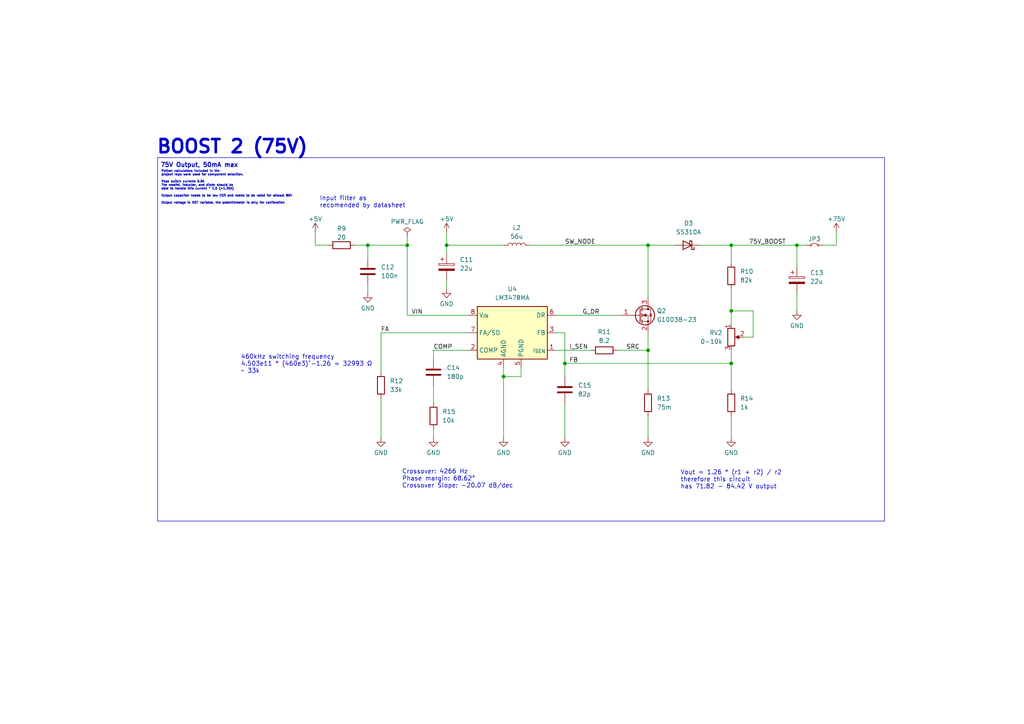
<source format=kicad_sch>
(kicad_sch (version 20250114) (generator "eeschema") (generator_version "9.0")
  (paper "A4")
  (title_block (title "75V Boost Converter") (date "2025-11-27") (rev "1"))
  (lib_symbols
    (symbol "Device:C" (pin_numbers (hide yes)) (pin_names (offset 0.254))
      (property "Reference" "C" (at 0.635 2.54 0))
      (property "Value" "C" (at 0.635 -2.54 0))
      (symbol "C_0_1"
        (polyline (pts (xy -2.032 0.762) (xy 2.032 0.762)) (stroke (width 0.508)))
        (polyline (pts (xy -2.032 -0.762) (xy 2.032 -0.762)) (stroke (width 0.508)))
      )
      (symbol "C_1_1"
        (pin passive line (at 0 3.81 270) (length 2.794) (name "~") (number "1"))
        (pin passive line (at 0 -3.81 90) (length 2.794) (name "~") (number "2"))
      )
    )
    (symbol "Device:C_Polarized" (pin_numbers (hide yes)) (pin_names (offset 0.254))
      (property "Reference" "C" (at 0.635 2.54 0))
      (property "Value" "C_Polarized" (at 0.635 -2.54 0))
      (symbol "C_Polarized_0_1"
        (rectangle (start -2.286 0.508) (end 2.286 1.016))
        (polyline (pts (xy -1.778 2.286) (xy -0.762 2.286)))
        (polyline (pts (xy -1.27 2.794) (xy -1.27 1.778)))
        (rectangle (start 2.286 -0.508) (end -2.286 -1.016) (fill (type outline)))
      )
      (symbol "C_Polarized_1_1"
        (pin passive line (at 0 3.81 270) (length 2.794) (name "~") (number "1"))
        (pin passive line (at 0 -3.81 90) (length 2.794) (name "~") (number "2"))
      )
    )
    (symbol "Device:D_Schottky" (pin_numbers (hide yes)) (pin_names (offset 1.016) (hide yes))
      (property "Reference" "D" (at 0 2.54 0))
      (property "Value" "D_Schottky" (at 0 -2.54 0))
      (symbol "D_Schottky_0_1"
        (polyline (pts (xy -1.905 0.635) (xy -1.905 1.27) (xy -1.27 1.27) (xy -1.27 -1.27) (xy -0.635 -1.27) (xy -0.635 -0.635)) (stroke (width 0.254)))
        (polyline (pts (xy 1.27 1.27) (xy 1.27 -1.27) (xy -1.27 0) (xy 1.27 1.27)) (stroke (width 0.254)))
        (polyline (pts (xy 1.27 0) (xy -1.27 0)))
      )
      (symbol "D_Schottky_1_1"
        (pin passive line (at -3.81 0 0) (length 2.54) (name "K") (number "1"))
        (pin passive line (at 3.81 0 180) (length 2.54) (name "A") (number "2"))
      )
    )
    (symbol "Device:L" (pin_numbers (hide yes)) (pin_names (offset 1.016) (hide yes))
      (property "Reference" "L" (at -1.27 0 90))
      (property "Value" "L" (at 1.905 0 90))
      (symbol "L_0_1"
        (arc (start 0 2.54) (mid 0.6323 1.905) (end 0 1.27))
        (arc (start 0 1.27) (mid 0.6323 0.635) (end 0 0))
        (arc (start 0 0) (mid 0.6323 -0.635) (end 0 -1.27))
        (arc (start 0 -1.27) (mid 0.6323 -1.905) (end 0 -2.54))
      )
      (symbol "L_1_1"
        (pin passive line (at 0 3.81 270) (length 1.27) (name "1") (number "1"))
        (pin passive line (at 0 -3.81 90) (length 1.27) (name "2") (number "2"))
      )
    )
    (symbol "Device:R" (pin_numbers (hide yes)) (pin_names (offset 0))
      (property "Reference" "R" (at 2.032 0 90))
      (property "Value" "R" (at 0 0 90))
      (symbol "R_0_1"
        (rectangle (start -1.016 -2.54) (end 1.016 2.54) (stroke (width 0.254)))
      )
      (symbol "R_1_1"
        (pin passive line (at 0 3.81 270) (length 1.27) (name "~") (number "1"))
        (pin passive line (at 0 -3.81 90) (length 1.27) (name "~") (number "2"))
      )
    )
    (symbol "Device:R_Potentiometer" (pin_names (offset 1.016) (hide yes))
      (property "Reference" "RV" (at -4.445 0 90))
      (property "Value" "R_Potentiometer" (at -2.54 0 90))
      (symbol "R_Potentiometer_0_1"
        (rectangle (start 1.016 2.54) (end -1.016 -2.54) (stroke (width 0.254)))
        (polyline (pts (xy 1.143 0) (xy 2.286 0.508) (xy 2.286 -0.508) (xy 1.143 0)) (fill (type outline)))
        (polyline (pts (xy 2.54 0) (xy 1.524 0)))
      )
      (symbol "R_Potentiometer_1_1"
        (pin passive line (at 0 3.81 270) (length 1.27) (name "1") (number "1"))
        (pin passive line (at 0 -3.81 90) (length 1.27) (name "3") (number "3"))
        (pin passive line (at 3.81 0 180) (length 1.27) (name "2") (number "2"))
      )
    )
    (symbol "Jumper:Jumper_2_Small_Bridged" (pin_numbers (hide yes)) (pin_names (offset 0) (hide yes))
      (property "Reference" "JP" (at 0 2.032 0))
      (property "Value" "Jumper_2_Small_Bridged" (at 0 -2.286 0))
      (symbol "Jumper_2_Small_Bridged_0_0"
        (circle (center -1.016 0) (radius 0.254))
        (circle (center 1.016 0) (radius 0.254))
      )
      (symbol "Jumper_2_Small_Bridged_0_1"
        (arc (start -0.762 0.254) (mid 0 0.5696) (end 0.762 0.254))
      )
      (symbol "Jumper_2_Small_Bridged_1_1"
        (pin passive line (at -2.54 0 0) (length 1.27) (name "A") (number "1"))
        (pin passive line (at 2.54 0 180) (length 1.27) (name "B") (number "2"))
      )
    )
    (symbol "Regulator_Controller:LM3478MA"
      (property "Reference" "U" (at -9.525 8.89 0))
      (property "Value" "LM3478MA" (at 5.08 8.89 0))
      (symbol "LM3478MA_0_1"
        (rectangle (start -10.16 7.62) (end 10.16 -7.62) (stroke (width 0.254)) (fill (type background)))
      )
      (symbol "LM3478MA_1_1"
        (pin power_in line (at -12.7 5.08 0) (length 2.54) (name "V_{IN}") (number "8"))
        (pin input line (at -12.7 0 0) (length 2.54) (name "FA/SD") (number "7"))
        (pin input line (at -12.7 -5.08 0) (length 2.54) (name "COMP") (number "2"))
        (pin power_in line (at -2.54 -10.16 90) (length 2.54) (name "AGND") (number "4"))
        (pin power_in line (at 2.54 -10.16 90) (length 2.54) (name "PGND") (number "5"))
        (pin output line (at 12.7 5.08 180) (length 2.54) (name "DR") (number "6"))
        (pin input line (at 12.7 0 180) (length 2.54) (name "FB") (number "3"))
        (pin input line (at 12.7 -5.08 180) (length 2.54) (name "I_{SEN}") (number "1"))
      )
    )
    (symbol "Transistor_FET:2N7002E" (pin_names (offset 0) (hide yes))
      (property "Reference" "Q" (at 5.08 1.905 0))
      (property "Value" "2N7002E" (at 5.08 0 0))
      (symbol "2N7002E_0_1"
        (polyline (pts (xy 0.254 1.905) (xy 0.254 -1.905)) (stroke (width 0.254)))
        (polyline (pts (xy 0.254 0) (xy -2.54 0)))
        (polyline (pts (xy 0.762 2.286) (xy 0.762 1.27)) (stroke (width 0.254)))
        (polyline (pts (xy 0.762 0.508) (xy 0.762 -0.508)) (stroke (width 0.254)))
        (polyline (pts (xy 0.762 -1.27) (xy 0.762 -2.286)) (stroke (width 0.254)))
        (polyline (pts (xy 0.762 -1.778) (xy 3.302 -1.778) (xy 3.302 1.778) (xy 0.762 1.778)))
        (polyline (pts (xy 1.016 0) (xy 2.032 0.381) (xy 2.032 -0.381) (xy 1.016 0)) (fill (type outline)))
        (circle (center 1.651 0) (radius 2.794) (stroke (width 0.254)))
        (polyline (pts (xy 2.54 2.54) (xy 2.54 1.778)))
        (circle (center 2.54 1.778) (radius 0.254) (fill (type outline)))
        (circle (center 2.54 -1.778) (radius 0.254) (fill (type outline)))
        (polyline (pts (xy 2.54 -2.54) (xy 2.54 0) (xy 0.762 0)))
        (polyline (pts (xy 2.921 0.381) (xy 3.683 0.381)))
        (polyline (pts (xy 3.302 0.381) (xy 2.921 -0.254) (xy 3.683 -0.254) (xy 3.302 0.381)))
      )
      (symbol "2N7002E_1_1"
        (pin input line (at -5.08 0 0) (length 2.54) (name "G") (number "1"))
        (pin passive line (at 2.54 5.08 270) (length 2.54) (name "D") (number "3"))
        (pin passive line (at 2.54 -5.08 90) (length 2.54) (name "S") (number "2"))
      )
    )
    (symbol "power:+5V" (power) (pin_numbers (hide yes)) (pin_names (offset 0) (hide yes))
      (property "Value" "+5V" (at 0 3.556 0))
      (symbol "+5V_0_1"
        (polyline (pts (xy -0.762 1.27) (xy 0 2.54)))
        (polyline (pts (xy 0 2.54) (xy 0.762 1.27)))
        (polyline (pts (xy 0 0) (xy 0 2.54)))
      )
      (symbol "+5V_1_1"
        (pin power_in line (at 0 0 90) (length 0) (name "~") (number "1"))
      )
    )
    (symbol "power:GND" (power) (pin_numbers (hide yes)) (pin_names (offset 0) (hide yes))
      (property "Value" "GND" (at 0 -3.81 0))
      (symbol "GND_0_1"
        (polyline (pts (xy 0 0) (xy 0 -1.27) (xy 1.27 -1.27) (xy 0 -2.54) (xy -1.27 -1.27) (xy 0 -1.27)))
      )
      (symbol "GND_1_1"
        (pin power_in line (at 0 0 270) (length 0) (name "~") (number "1"))
      )
    )
    (symbol "power:PWR_FLAG" (power) (pin_numbers (hide yes)) (pin_names (offset 0) (hide yes))
      (property "Value" "PWR_FLAG" (at 0 3.81 0))
      (symbol "PWR_FLAG_0_0"
        (pin power_out line (at 0 0 90) (length 0) (name "~") (number "1"))
      )
      (symbol "PWR_FLAG_0_1"
        (polyline (pts (xy 0 0) (xy 0 1.27) (xy -1.016 1.905) (xy 0 2.54) (xy 1.016 1.905) (xy 0 1.27)))
      )
    )
    (symbol "power:VDC" (power) (pin_numbers (hide yes)) (pin_names (offset 0) (hide yes))
      (property "Value" "VDC" (at 0 3.556 0))
      (symbol "VDC_0_1"
        (polyline (pts (xy -0.762 1.27) (xy 0 2.54)))
        (polyline (pts (xy 0 2.54) (xy 0.762 1.27)))
        (polyline (pts (xy 0 0) (xy 0 2.54)))
      )
      (symbol "VDC_1_1"
        (pin power_in line (at 0 0 90) (length 0) (name "~") (number "1"))
      )
    )
  )
  (rectangle (start 45.72 45.72) (end 256.54 151.13))
  (text "75V Output, 50mA max" (at 46.482 48.006 0) (effects (font (size 1.27 1.27) (thickness 0.254) (bold yes)) (justify left)))
  (text "460kHz switching frequency\n4.503e11 * (460e3)^-1.26 = 32993 Ω\n~ 33k" (at 69.85 105.664 0) (effects (font (size 1.27 1.27)) (justify left)))
  (text "BOOST 2 (75V)" (at 45.212 42.672 0) (effects (font (size 3.81 3.81) (thickness 0.762) (bold yes)) (justify left)))
  (text "Python calculators included in the\nproject repo were used for component selection.\n\nPeak switch current: 0.9A\nThe mosfet, inductor, and diode should be\nable to handle this current * 1.5 (>1.35A)\n\nOutput capacitor needs to be low ESR and needs to be rated for atleast 80V\n\nOutput voltage is NOT variable, the potentiometer is only for callibration" (at 46.736 54.356 0) (effects (font (size 0.635 0.635) (thickness 0.254) (bold yes)) (justify left)))
  (text "Input filter as\nrecomended by datasheet" (at 92.71 58.674 0) (effects (font (size 1.27 1.27)) (justify left)))
  (text "Vout = 1.26 * (r1 + r2) / r2\ntherefore this circuit\nhas 71.82 - 84.42 V output" (at 197.358 139.192 0) (effects (font (size 1.27 1.27)) (justify left)))
  (text "Crossover: 4266 Hz\nPhase margin: 68.62°\nCrossover Slope: -20.07 dB/dec" (at 116.586 138.938 0) (effects (font (size 1.27 1.27)) (justify left)))
  (junction (at 212.09 105.41))
  (junction (at 106.68 71.12))
  (junction (at 163.83 105.41))
  (junction (at 146.05 109.22))
  (junction (at 118.11 71.12))
  (junction (at 212.09 71.12))
  (junction (at 129.54 71.12))
  (junction (at 187.96 101.6))
  (junction (at 231.14 71.12))
  (junction (at 212.09 90.17))
  (junction (at 187.96 71.12))
  (wire (pts (xy 212.09 83.82) (xy 212.09 90.17)))
  (wire (pts (xy 146.05 109.22) (xy 146.05 127)))
  (wire (pts (xy 161.29 96.52) (xy 163.83 96.52)))
  (wire (pts (xy 129.54 81.28) (xy 129.54 83.82)))
  (wire (pts (xy 163.83 96.52) (xy 163.83 105.41)))
  (wire (pts (xy 218.44 90.17) (xy 212.09 90.17)))
  (wire (pts (xy 153.67 71.12) (xy 187.96 71.12)))
  (wire (pts (xy 161.29 101.6) (xy 171.45 101.6)))
  (wire (pts (xy 110.49 115.57) (xy 110.49 127)))
  (wire (pts (xy 187.96 96.52) (xy 187.96 101.6)))
  (wire (pts (xy 146.05 106.68) (xy 146.05 109.22)))
  (wire (pts (xy 118.11 71.12) (xy 118.11 91.44)))
  (wire (pts (xy 187.96 120.65) (xy 187.96 127)))
  (wire (pts (xy 118.11 91.44) (xy 135.89 91.44)))
  (wire (pts (xy 129.54 67.31) (xy 129.54 71.12)))
  (wire (pts (xy 151.13 109.22) (xy 151.13 106.68)))
  (wire (pts (xy 212.09 101.6) (xy 212.09 105.41)))
  (wire (pts (xy 95.25 71.12) (xy 91.44 71.12)))
  (wire (pts (xy 135.89 96.52) (xy 110.49 96.52)))
  (wire (pts (xy 163.83 116.84) (xy 163.83 127)))
  (wire (pts (xy 212.09 105.41) (xy 212.09 113.03)))
  (wire (pts (xy 106.68 71.12) (xy 118.11 71.12)))
  (wire (pts (xy 161.29 91.44) (xy 180.34 91.44)))
  (wire (pts (xy 212.09 90.17) (xy 212.09 93.98)))
  (wire (pts (xy 212.09 120.65) (xy 212.09 127)))
  (wire (pts (xy 106.68 71.12) (xy 106.68 74.93)))
  (wire (pts (xy 129.54 73.66) (xy 129.54 71.12)))
  (wire (pts (xy 163.83 105.41) (xy 163.83 109.22)))
  (wire (pts (xy 125.73 124.46) (xy 125.73 127)))
  (wire (pts (xy 212.09 71.12) (xy 212.09 76.2)))
  (wire (pts (xy 102.87 71.12) (xy 106.68 71.12)))
  (wire (pts (xy 163.83 105.41) (xy 212.09 105.41)))
  (wire (pts (xy 146.05 109.22) (xy 151.13 109.22)))
  (wire (pts (xy 233.68 71.12) (xy 231.14 71.12)))
  (wire (pts (xy 187.96 71.12) (xy 195.58 71.12)))
  (wire (pts (xy 179.07 101.6) (xy 187.96 101.6)))
  (wire (pts (xy 242.57 67.31) (xy 242.57 71.12)))
  (wire (pts (xy 125.73 101.6) (xy 125.73 104.14)))
  (wire (pts (xy 212.09 71.12) (xy 231.14 71.12)))
  (wire (pts (xy 187.96 71.12) (xy 187.96 86.36)))
  (wire (pts (xy 106.68 82.55) (xy 106.68 85.09)))
  (wire (pts (xy 110.49 96.52) (xy 110.49 107.95)))
  (wire (pts (xy 125.73 101.6) (xy 135.89 101.6)))
  (wire (pts (xy 118.11 68.58) (xy 118.11 71.12)))
  (wire (pts (xy 91.44 67.31) (xy 91.44 71.12)))
  (wire (pts (xy 218.44 97.79) (xy 218.44 90.17)))
  (wire (pts (xy 187.96 101.6) (xy 187.96 113.03)))
  (wire (pts (xy 231.14 71.12) (xy 231.14 77.47)))
  (wire (pts (xy 203.2 71.12) (xy 212.09 71.12)))
  (wire (pts (xy 238.76 71.12) (xy 242.57 71.12)))
  (wire (pts (xy 129.54 71.12) (xy 146.05 71.12)))
  (wire (pts (xy 231.14 85.09) (xy 231.14 90.17)))
  (wire (pts (xy 215.9 97.79) (xy 218.44 97.79)))
  (wire (pts (xy 125.73 111.76) (xy 125.73 116.84)))
  (label "G_DR" (at 168.91 91.44 0))
  (label "SRC" (at 181.61 101.6 0))
  (label "COMP" (at 125.73 101.6 0))
  (label "75V_BOOST" (at 217.17 71.12 0))
  (label "VIN" (at 119.38 91.44 0) (effects (font (thickness 0.1588))))
  (label "SW_NODE" (at 163.83 71.12 0))
  (label "FA" (at 110.49 96.52 0))
  (label "I_SEN" (at 165.1 101.6 0))
  (label "FB" (at 165.1 105.41 0))
  (symbol (lib_id "power:GND") (at 187.96 127 0) (mirror y) (unit 1)
    (property "Reference" "#PWR047" (effects (hide yes)))
    (property "Value" "GND" (at 187.96 131.318 0))
    (property "Description" "Power symbol creates a global label with name \"GND\" , ground" (effects (hide yes)))
  )
  (symbol (lib_id "Jumper:Jumper_2_Small_Bridged") (at 236.22 71.12 0) (unit 1)
    (property "Reference" "JP3" (at 236.22 69.342 0))
    (property "Value" "Jumper_2_Small_Bridged" (effects (hide yes)))
    (property "Footprint" "Connector_PinHeader_2.54mm:PinHeader_1x02_P2.54mm_Vertical" (effects (hide yes)))
    (property "Datasheet" "https://www.lcsc.com/datasheet/C41432920.pdf" (effects (hide yes)))
    (property "Description" "Jumper, 2-pole, small symbol, bridged" (effects (hide yes)))
    (property "LCSC PART #" "C41432920" (effects (hide yes)))
  )
  (symbol (lib_id "power:PWR_FLAG") (at 118.11 68.58 0) (unit 1)
    (property "Reference" "#FLG07" (effects (hide yes)))
    (property "Value" "PWR_FLAG" (at 118.11 64.262 0))
    (property "Description" "Special symbol for telling ERC where power comes from" (effects (hide yes)))
  )
  (symbol (lib_id "Device:C_Polarized") (at 231.14 81.28 0) (unit 1)
    (property "Reference" "C13" (at 234.95 79.1209 0) (effects (justify left)))
    (property "Value" "22u" (at 234.95 81.6609 0) (effects (justify left)))
    (property "Footprint" "Capacitor_THT:CP_Radial_D6.3mm_P2.50mm" (effects (hide yes)))
    (property "Datasheet" "https://www.lcsc.com/datasheet/C44606504.pdf" (effects (hide yes)))
    (property "Description" "Polarized capacitor" (effects (hide yes)))
    (property "LCSC PART #" "C44606504" (effects (hide yes)))
  )
  (symbol (lib_id "power:GND") (at 125.73 127 0) (mirror y) (unit 1)
    (property "Reference" "#PWR044" (effects (hide yes)))
    (property "Value" "GND" (at 125.73 131.318 0))
    (property "Description" "Power symbol creates a global label with name \"GND\" , ground" (effects (hide yes)))
  )
  (symbol (lib_id "power:GND") (at 212.09 127 0) (mirror y) (unit 1)
    (property "Reference" "#PWR048" (effects (hide yes)))
    (property "Value" "GND" (at 212.09 131.318 0))
    (property "Description" "Power symbol creates a global label with name \"GND\" , ground" (effects (hide yes)))
  )
  (symbol (lib_id "Transistor_FET:2N7002E") (at 185.42 91.44 0) (unit 1)
    (property "Reference" "Q2" (at 190.5 90.17 0) (effects (justify left)))
    (property "Value" "G1003B-23" (at 190.5 92.71 0) (effects (justify left)))
    (property "Footprint" "Package_TO_SOT_SMD:SOT-23-3" (effects (hide yes)))
    (property "Datasheet" "https://www.lcsc.com/datasheet/C41367401.pdf" (effects (hide yes)))
    (property "LCSC PART #" "C22362809" (effects (hide yes)))
  )
  (symbol (lib_id "Device:R") (at 212.09 116.84 0) (unit 1)
    (property "Reference" "R14" (at 214.63 115.5699 0) (effects (justify left)))
    (property "Value" "1k" (at 214.63 118.1099 0) (effects (justify left)))
    (property "Footprint" "Resistor_SMD:R_0603_1608Metric" (effects (hide yes)))
    (property "Datasheet" "https://www.lcsc.com/datasheet/C2907002.pdf" (effects (hide yes)))
    (property "Description" "Resistor" (effects (hide yes)))
    (property "LCSC PART #" "C2907002" (effects (hide yes)))
  )
  (symbol (lib_id "power:VDC") (at 242.57 67.31 0) (unit 1)
    (property "Reference" "#PWR039" (effects (hide yes)))
    (property "Value" "+75V" (at 242.57 63.5 0))
    (property "Description" "Power symbol creates a global label with name \"VDC\"" (effects (hide yes)))
  )
  (symbol (lib_id "power:GND") (at 110.49 127 0) (mirror y) (unit 1)
    (property "Reference" "#PWR043" (effects (hide yes)))
    (property "Value" "GND" (at 110.49 131.318 0))
    (property "Description" "Power symbol creates a global label with name \"GND\" , ground" (effects (hide yes)))
  )
  (symbol (lib_id "power:GND") (at 231.14 90.17 0) (mirror y) (unit 1)
    (property "Reference" "#PWR042" (effects (hide yes)))
    (property "Value" "GND" (at 231.14 94.488 0))
    (property "Description" "Power symbol creates a global label with name \"GND\" , ground" (effects (hide yes)))
  )
  (symbol (lib_id "Device:R") (at 212.09 80.01 0) (unit 1)
    (property "Reference" "R10" (at 214.63 78.7399 0) (effects (justify left)))
    (property "Value" "82k" (at 214.63 81.2799 0) (effects (justify left)))
    (property "Footprint" "Resistor_SMD:R_0603_1608Metric" (effects (hide yes)))
    (property "Datasheet" "https://www.lcsc.com/datasheet/C2907072.pdf" (effects (hide yes)))
    (property "Description" "Resistor" (effects (hide yes)))
    (property "LCSC PART #" "C2907072" (effects (hide yes)))
  )
  (symbol (lib_id "Device:R") (at 187.96 116.84 0) (unit 1)
    (property "Reference" "R13" (at 190.5 115.5699 0) (effects (justify left)))
    (property "Value" "75m" (at 190.5 118.1099 0) (effects (justify left)))
    (property "Footprint" "Resistor_SMD:R_1206_3216Metric" (effects (hide yes)))
    (property "Datasheet" "https://www.lcsc.com/datasheet/C2904225.pdf" (effects (hide yes)))
    (property "Description" "Resistor" (effects (hide yes)))
    (property "LCSC PART #" "C2904225" (effects (hide yes)))
  )
  (symbol (lib_id "Device:C") (at 106.68 78.74 0) (unit 1)
    (property "Reference" "C12" (at 110.49 77.4699 0) (effects (justify left)))
    (property "Value" "100n" (at 110.49 80.0099 0) (effects (justify left)))
    (property "Footprint" "Capacitor_SMD:C_0603_1608Metric" (effects (hide yes)))
    (property "Datasheet" "https://www.lcsc.com/datasheet/C15725.pdf" (effects (hide yes)))
    (property "Description" "Unpolarized capacitor" (effects (hide yes)))
    (property "LCSC PART #" "C15725" (effects (hide yes)))
  )
  (symbol (lib_id "power:GND") (at 163.83 127 0) (mirror y) (unit 1)
    (property "Reference" "#PWR046" (effects (hide yes)))
    (property "Value" "GND" (at 163.83 131.318 0))
    (property "Description" "Power symbol creates a global label with name \"GND\" , ground" (effects (hide yes)))
  )
  (symbol (lib_id "Device:R") (at 125.73 120.65 0) (unit 1)
    (property "Reference" "R15" (at 128.27 119.3799 0) (effects (justify left)))
    (property "Value" "10k" (at 128.27 121.9199 0) (effects (justify left)))
    (property "Footprint" "Resistor_SMD:R_0603_1608Metric" (effects (hide yes)))
    (property "Datasheet" "https://www.lcsc.com/datasheet/C49652949.pdf" (effects (hide yes)))
    (property "Description" "Resistor" (effects (hide yes)))
    (property "LCSC PART #" "C49652949" (effects (hide yes)))
  )
  (symbol (lib_id "Device:R") (at 99.06 71.12 90) (unit 1)
    (property "Reference" "R9" (at 99.06 66.294 90))
    (property "Value" "20" (at 99.06 68.834 90))
    (property "Footprint" "Resistor_SMD:R_0603_1608Metric" (effects (hide yes)))
    (property "Datasheet" "https://www.lcsc.com/datasheet/C2907012.pdf" (effects (hide yes)))
    (property "Description" "Resistor" (effects (hide yes)))
    (property "LCSC PART #" "C2907012" (effects (hide yes)))
  )
  (symbol (lib_id "power:GND") (at 129.54 83.82 0) (mirror y) (unit 1)
    (property "Reference" "#PWR040" (effects (hide yes)))
    (property "Value" "GND" (at 129.54 88.138 0))
    (property "Description" "Power symbol creates a global label with name \"GND\" , ground" (effects (hide yes)))
  )
  (symbol (lib_id "power:GND") (at 106.68 85.09 0) (mirror y) (unit 1)
    (property "Reference" "#PWR041" (effects (hide yes)))
    (property "Value" "GND" (at 106.68 89.408 0))
    (property "Description" "Power symbol creates a global label with name \"GND\" , ground" (effects (hide yes)))
  )
  (symbol (lib_id "power:GND") (at 146.05 127 0) (mirror y) (unit 1)
    (property "Reference" "#PWR045" (effects (hide yes)))
    (property "Value" "GND" (at 146.05 131.318 0))
    (property "Description" "Power symbol creates a global label with name \"GND\" , ground" (effects (hide yes)))
  )
  (symbol (lib_id "Device:C") (at 163.83 113.03 0) (unit 1)
    (property "Reference" "C15" (at 167.64 111.7599 0) (effects (justify left)))
    (property "Value" "82p" (at 167.64 114.2999 0) (effects (justify left)))
    (property "Footprint" "Capacitor_SMD:C_0603_1608Metric" (effects (hide yes)))
    (property "Datasheet" "https://www.lcsc.com/datasheet/C1864236.pdf" (effects (hide yes)))
    (property "Description" "Unpolarized capacitor" (effects (hide yes)))
    (property "LCSC PART #" "C1864236" (effects (hide yes)))
  )
  (symbol (lib_id "Device:D_Schottky") (at 199.39 71.12 180) (unit 1)
    (property "Reference" "D3" (at 199.7075 64.77 0))
    (property "Value" "SS310A" (at 199.7075 67.31 0))
    (property "Footprint" "Diode_SMD:D_SMA" (effects (hide yes)))
    (property "Datasheet" "https://www.lcsc.com/datasheet/C48996628.pdf" (effects (hide yes)))
    (property "Description" "Schottky diode" (effects (hide yes)))
    (property "LCSC PART #" "C48996628" (effects (hide yes)))
  )
  (symbol (lib_id "Device:R") (at 175.26 101.6 90) (unit 1)
    (property "Reference" "R11" (at 175.26 96.266 90))
    (property "Value" "8.2" (at 175.26 98.806 90))
    (property "Footprint" "Resistor_SMD:R_0603_1608Metric" (effects (hide yes)))
    (property "Datasheet" "https://www.lcsc.com/datasheet/C861594.pdf" (effects (hide yes)))
    (property "Description" "Resistor" (effects (hide yes)))
    (property "LCSC PART #" "C861594" (effects (hide yes)))
  )
  (symbol (lib_id "power:+5V") (at 91.44 67.31 0) (unit 1)
    (property "Reference" "#PWR037" (effects (hide yes)))
    (property "Value" "+5V" (at 91.44 63.5 0))
    (property "Description" "Power symbol creates a global label with name \"+5V\"" (effects (hide yes)))
  )
  (symbol (lib_id "Device:L") (at 149.86 71.12 90) (unit 1)
    (property "Reference" "L2" (at 149.86 66.04 90))
    (property "Value" "56u" (at 149.86 68.58 90))
    (property "Footprint" "CustomFootprints:Chilisin SCDS105R" (effects (hide yes)))
    (property "Datasheet" "https://www.lcsc.com/datasheet/C329728.pdf" (effects (hide yes)))
    (property "Description" "Inductor" (effects (hide yes)))
    (property "LCSC PART #" "C329728" (effects (hide yes)))
  )
  (symbol (lib_id "Device:C_Polarized") (at 129.54 77.47 0) (unit 1)
    (property "Reference" "C11" (at 133.35 75.3109 0) (effects (justify left)))
    (property "Value" "22u" (at 133.35 77.8509 0) (effects (justify left)))
    (property "Footprint" "Capacitor_THT:CP_Radial_D6.3mm_P2.50mm" (effects (hide yes)))
    (property "Datasheet" "https://www.lcsc.com/datasheet/C44606504.pdf" (effects (hide yes)))
    (property "Description" "Polarized capacitor" (effects (hide yes)))
    (property "LCSC PART #" "C44606504" (effects (hide yes)))
  )
  (symbol (lib_id "Device:R_Potentiometer") (at 212.09 97.79 0) (unit 1)
    (property "Reference" "RV2" (at 209.55 96.5199 0) (effects (justify right)))
    (property "Value" "0-10k" (at 209.55 99.0599 0) (effects (justify right)))
    (property "Footprint" "CustomFootprints:Potentiometer_Bourns_TC33X_Vertical" (effects (hide yes)))
    (property "Datasheet" "https://www.lcsc.com/datasheet/C719176.pdf" (effects (hide yes)))
    (property "Description" "Potentiometer" (effects (hide yes)))
    (property "LCSC PART #" "C719176" (effects (hide yes)))
  )
  (symbol (lib_id "power:+5V") (at 129.54 67.31 0) (unit 1)
    (property "Reference" "#PWR038" (effects (hide yes)))
    (property "Value" "+5V" (at 129.54 63.5 0))
    (property "Description" "Power symbol creates a global label with name \"+5V\"" (effects (hide yes)))
  )
  (symbol (lib_id "Device:C") (at 125.73 107.95 0) (unit 1)
    (property "Reference" "C14" (at 129.54 106.6799 0) (effects (justify left)))
    (property "Value" "180p" (at 129.54 109.2199 0) (effects (justify left)))
    (property "Footprint" "Capacitor_SMD:C_0603_1608Metric" (effects (hide yes)))
    (property "Datasheet" "https://www.lcsc.com/datasheet/C2170987.pdf" (effects (hide yes)))
    (property "Description" "Unpolarized capacitor" (effects (hide yes)))
    (property "LCSC PART #" "C2170987" (effects (hide yes)))
  )
  (symbol (lib_id "Device:R") (at 110.49 111.76 0) (unit 1)
    (property "Reference" "R12" (at 113.03 110.4899 0) (effects (justify left)))
    (property "Value" "33k" (at 113.03 113.0299 0) (effects (justify left)))
    (property "Footprint" "Resistor_SMD:R_0603_1608Metric" (effects (hide yes)))
    (property "Datasheet" "https://www.lcsc.com/datasheet/C2907028.pdf" (effects (hide yes)))
    (property "Description" "Resistor" (effects (hide yes)))
    (property "LCSC PART #" "C2907028" (effects (hide yes)))
  )
  (symbol (lib_id "Regulator_Controller:LM3478MA") (at 148.59 96.52 0) (unit 1)
    (property "Reference" "U4" (at 148.59 83.82 0))
    (property "Value" "LM3478MA" (at 148.59 86.36 0))
    (property "Footprint" "Package_SO:SOIC-8_3.9x4.9mm_P1.27mm" (effects (hide yes)))
    (property "Datasheet" "https://www.ti.com/lit/gpn/lm3478" (effects (hide yes)))
    (property "Description" "2.97~40V Wide Input Range Boost/SEPIC/Flyback DC-DC Controller, SOIC-8" (effects (hide yes)))
    (property "LCSC PART #" "C115907" (effects (hide yes)))
  )
)
</source>
